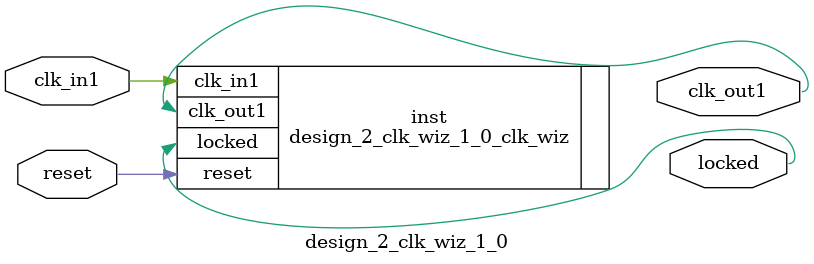
<source format=v>


`timescale 1ps/1ps

(* CORE_GENERATION_INFO = "design_2_clk_wiz_1_0,clk_wiz_v6_0_12_0_0,{component_name=design_2_clk_wiz_1_0,use_phase_alignment=true,use_min_o_jitter=false,use_max_i_jitter=false,use_dyn_phase_shift=false,use_inclk_switchover=false,use_dyn_reconfig=false,enable_axi=0,feedback_source=FDBK_AUTO,PRIMITIVE=MMCM,num_out_clk=1,clkin1_period=10.000,clkin2_period=10.000,use_power_down=false,use_reset=true,use_locked=true,use_inclk_stopped=false,feedback_type=SINGLE,CLOCK_MGR_TYPE=NA,manual_override=false}" *)

module design_2_clk_wiz_1_0 
 (
  // Clock out ports
  output        clk_out1,
  // Status and control signals
  input         reset,
  output        locked,
 // Clock in ports
  input         clk_in1
 );

  design_2_clk_wiz_1_0_clk_wiz inst
  (
  // Clock out ports  
  .clk_out1(clk_out1),
  // Status and control signals               
  .reset(reset), 
  .locked(locked),
 // Clock in ports
  .clk_in1(clk_in1)
  );

endmodule

</source>
